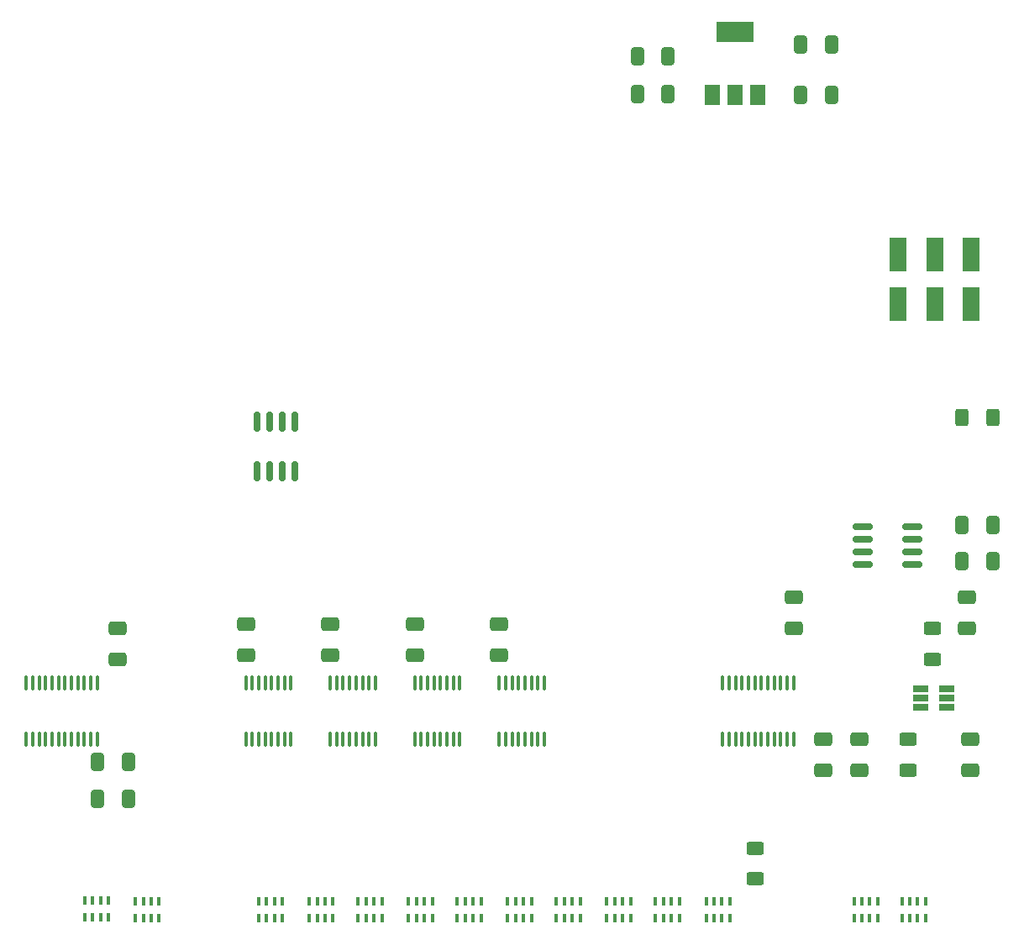
<source format=gtp>
G04 #@! TF.GenerationSoftware,KiCad,Pcbnew,(6.0.6)*
G04 #@! TF.CreationDate,2022-08-18T11:59:31-05:00*
G04 #@! TF.ProjectId,v1,76312e6b-6963-4616-945f-706362585858,v1*
G04 #@! TF.SameCoordinates,Original*
G04 #@! TF.FileFunction,Paste,Top*
G04 #@! TF.FilePolarity,Positive*
%FSLAX46Y46*%
G04 Gerber Fmt 4.6, Leading zero omitted, Abs format (unit mm)*
G04 Created by KiCad (PCBNEW (6.0.6)) date 2022-08-18 11:59:31*
%MOMM*%
%LPD*%
G01*
G04 APERTURE LIST*
G04 Aperture macros list*
%AMRoundRect*
0 Rectangle with rounded corners*
0 $1 Rounding radius*
0 $2 $3 $4 $5 $6 $7 $8 $9 X,Y pos of 4 corners*
0 Add a 4 corners polygon primitive as box body*
4,1,4,$2,$3,$4,$5,$6,$7,$8,$9,$2,$3,0*
0 Add four circle primitives for the rounded corners*
1,1,$1+$1,$2,$3*
1,1,$1+$1,$4,$5*
1,1,$1+$1,$6,$7*
1,1,$1+$1,$8,$9*
0 Add four rect primitives between the rounded corners*
20,1,$1+$1,$2,$3,$4,$5,0*
20,1,$1+$1,$4,$5,$6,$7,0*
20,1,$1+$1,$6,$7,$8,$9,0*
20,1,$1+$1,$8,$9,$2,$3,0*%
G04 Aperture macros list end*
%ADD10R,0.400000X0.900000*%
%ADD11RoundRect,0.250000X-0.412500X-0.650000X0.412500X-0.650000X0.412500X0.650000X-0.412500X0.650000X0*%
%ADD12RoundRect,0.250000X0.650000X-0.412500X0.650000X0.412500X-0.650000X0.412500X-0.650000X-0.412500X0*%
%ADD13RoundRect,0.250000X0.412500X0.650000X-0.412500X0.650000X-0.412500X-0.650000X0.412500X-0.650000X0*%
%ADD14RoundRect,0.100000X0.100000X-0.637500X0.100000X0.637500X-0.100000X0.637500X-0.100000X-0.637500X0*%
%ADD15RoundRect,0.250000X-0.650000X0.412500X-0.650000X-0.412500X0.650000X-0.412500X0.650000X0.412500X0*%
%ADD16RoundRect,0.250000X0.625000X-0.400000X0.625000X0.400000X-0.625000X0.400000X-0.625000X-0.400000X0*%
%ADD17RoundRect,0.250000X0.400000X0.625000X-0.400000X0.625000X-0.400000X-0.625000X0.400000X-0.625000X0*%
%ADD18RoundRect,0.100000X-0.100000X0.637500X-0.100000X-0.637500X0.100000X-0.637500X0.100000X0.637500X0*%
%ADD19RoundRect,0.150000X0.150000X-0.825000X0.150000X0.825000X-0.150000X0.825000X-0.150000X-0.825000X0*%
%ADD20R,1.500000X2.000000*%
%ADD21R,3.800000X2.000000*%
%ADD22RoundRect,0.250000X-0.625000X0.400000X-0.625000X-0.400000X0.625000X-0.400000X0.625000X0.400000X0*%
%ADD23R,1.560000X0.650000*%
%ADD24R,1.800000X3.500000*%
%ADD25RoundRect,0.150000X-0.825000X-0.150000X0.825000X-0.150000X0.825000X0.150000X-0.825000X0.150000X0*%
G04 APERTURE END LIST*
D10*
X147275000Y-119850000D03*
X148075000Y-119850000D03*
X148875000Y-119850000D03*
X149675000Y-119850000D03*
X149675000Y-118150000D03*
X148875000Y-118150000D03*
X148075000Y-118150000D03*
X147275000Y-118150000D03*
X99750000Y-119850000D03*
X100550000Y-119850000D03*
X101350000Y-119850000D03*
X102150000Y-119850000D03*
X102150000Y-118150000D03*
X101350000Y-118150000D03*
X100550000Y-118150000D03*
X99750000Y-118150000D03*
X132200000Y-119850000D03*
X133000000Y-119850000D03*
X133800000Y-119850000D03*
X134600000Y-119850000D03*
X134600000Y-118150000D03*
X133800000Y-118150000D03*
X133000000Y-118150000D03*
X132200000Y-118150000D03*
D11*
X95927500Y-104130000D03*
X99052500Y-104130000D03*
D12*
X166085000Y-90705500D03*
X166090000Y-87580500D03*
X110875000Y-93362500D03*
X110875000Y-90237500D03*
D11*
X166807500Y-31870000D03*
X169932500Y-31870000D03*
D12*
X119391666Y-93362500D03*
X119391666Y-90237500D03*
X183570000Y-90705500D03*
X183570000Y-87580500D03*
D13*
X153452500Y-36830000D03*
X150327500Y-36830000D03*
D14*
X110875000Y-101862500D03*
X111525000Y-101862500D03*
X112175000Y-101862500D03*
X112825000Y-101862500D03*
X113475000Y-101862500D03*
X114125000Y-101862500D03*
X114775000Y-101862500D03*
X115425000Y-101862500D03*
X115425000Y-96137500D03*
X114775000Y-96137500D03*
X114125000Y-96137500D03*
X113475000Y-96137500D03*
X112825000Y-96137500D03*
X112175000Y-96137500D03*
X111525000Y-96137500D03*
X110875000Y-96137500D03*
D10*
X117275000Y-119850000D03*
X118075000Y-119850000D03*
X118875000Y-119850000D03*
X119675000Y-119850000D03*
X119675000Y-118150000D03*
X118875000Y-118150000D03*
X118075000Y-118150000D03*
X117275000Y-118150000D03*
D15*
X183890000Y-101847500D03*
X183890000Y-104972500D03*
D11*
X166807500Y-36875000D03*
X169932500Y-36875000D03*
D15*
X169120000Y-101860000D03*
X169120000Y-104985000D03*
D10*
X127275000Y-119850000D03*
X128075000Y-119850000D03*
X128875000Y-119850000D03*
X129675000Y-119850000D03*
X129675000Y-118150000D03*
X128875000Y-118150000D03*
X128075000Y-118150000D03*
X127275000Y-118150000D03*
X94650000Y-119825000D03*
X95450000Y-119825000D03*
X96250000Y-119825000D03*
X97050000Y-119825000D03*
X97050000Y-118125000D03*
X96250000Y-118125000D03*
X95450000Y-118125000D03*
X94650000Y-118125000D03*
D13*
X186202500Y-83890000D03*
X183077500Y-83890000D03*
D16*
X162180000Y-115930000D03*
X162180000Y-112830000D03*
D15*
X97980000Y-90705500D03*
X97980000Y-93830500D03*
D17*
X186190000Y-69450000D03*
X183090000Y-69450000D03*
D14*
X127908332Y-101862500D03*
X128558332Y-101862500D03*
X129208332Y-101862500D03*
X129858332Y-101862500D03*
X130508332Y-101862500D03*
X131158332Y-101862500D03*
X131808332Y-101862500D03*
X132458332Y-101862500D03*
X132458332Y-96137500D03*
X131808332Y-96137500D03*
X131158332Y-96137500D03*
X130508332Y-96137500D03*
X129858332Y-96137500D03*
X129208332Y-96137500D03*
X128558332Y-96137500D03*
X127908332Y-96137500D03*
D10*
X157275000Y-119850000D03*
X158075000Y-119850000D03*
X158875000Y-119850000D03*
X159675000Y-119850000D03*
X159675000Y-118150000D03*
X158875000Y-118150000D03*
X158075000Y-118150000D03*
X157275000Y-118150000D03*
D13*
X153452500Y-33020000D03*
X150327500Y-33020000D03*
D18*
X166085000Y-96137500D03*
X165435000Y-96137500D03*
X164785000Y-96137500D03*
X164135000Y-96137500D03*
X163485000Y-96137500D03*
X162835000Y-96137500D03*
X162185000Y-96137500D03*
X161535000Y-96137500D03*
X160885000Y-96137500D03*
X160235000Y-96137500D03*
X159585000Y-96137500D03*
X158935000Y-96137500D03*
X158935000Y-101862500D03*
X159585000Y-101862500D03*
X160235000Y-101862500D03*
X160885000Y-101862500D03*
X161535000Y-101862500D03*
X162185000Y-101862500D03*
X162835000Y-101862500D03*
X163485000Y-101862500D03*
X164135000Y-101862500D03*
X164785000Y-101862500D03*
X165435000Y-101862500D03*
X166085000Y-101862500D03*
D11*
X95927500Y-107880000D03*
X99052500Y-107880000D03*
D12*
X136425000Y-93362500D03*
X136425000Y-90237500D03*
D10*
X177000000Y-119850000D03*
X177800000Y-119850000D03*
X178600000Y-119850000D03*
X179400000Y-119850000D03*
X179400000Y-118150000D03*
X178600000Y-118150000D03*
X177800000Y-118150000D03*
X177000000Y-118150000D03*
D19*
X112025000Y-74825000D03*
X113295000Y-74825000D03*
X114565000Y-74825000D03*
X115835000Y-74825000D03*
X115835000Y-69875000D03*
X114565000Y-69875000D03*
X113295000Y-69875000D03*
X112025000Y-69875000D03*
D10*
X172175000Y-119850000D03*
X172975000Y-119850000D03*
X173775000Y-119850000D03*
X174575000Y-119850000D03*
X174575000Y-118150000D03*
X173775000Y-118150000D03*
X172975000Y-118150000D03*
X172175000Y-118150000D03*
D20*
X157910000Y-36880000D03*
D21*
X160210000Y-30580000D03*
D20*
X160210000Y-36880000D03*
X162510000Y-36880000D03*
D22*
X177620000Y-101872500D03*
X177620000Y-104972500D03*
D23*
X181560000Y-98660000D03*
X181560000Y-97710000D03*
X181560000Y-96760000D03*
X178860000Y-96760000D03*
X178860000Y-97710000D03*
X178860000Y-98660000D03*
D14*
X119391666Y-101862500D03*
X120041666Y-101862500D03*
X120691666Y-101862500D03*
X121341666Y-101862500D03*
X121991666Y-101862500D03*
X122641666Y-101862500D03*
X123291666Y-101862500D03*
X123941666Y-101862500D03*
X123941666Y-96137500D03*
X123291666Y-96137500D03*
X122641666Y-96137500D03*
X121991666Y-96137500D03*
X121341666Y-96137500D03*
X120691666Y-96137500D03*
X120041666Y-96137500D03*
X119391666Y-96137500D03*
D10*
X152175000Y-119875000D03*
X152975000Y-119875000D03*
X153775000Y-119875000D03*
X154575000Y-119875000D03*
X154575000Y-118175000D03*
X153775000Y-118175000D03*
X152975000Y-118175000D03*
X152175000Y-118175000D03*
X137275000Y-119850000D03*
X138075000Y-119850000D03*
X138875000Y-119850000D03*
X139675000Y-119850000D03*
X139675000Y-118150000D03*
X138875000Y-118150000D03*
X138075000Y-118150000D03*
X137275000Y-118150000D03*
D18*
X95915000Y-96137500D03*
X95265000Y-96137500D03*
X94615000Y-96137500D03*
X93965000Y-96137500D03*
X93315000Y-96137500D03*
X92665000Y-96137500D03*
X92015000Y-96137500D03*
X91365000Y-96137500D03*
X90715000Y-96137500D03*
X90065000Y-96137500D03*
X89415000Y-96137500D03*
X88765000Y-96137500D03*
X88765000Y-101862500D03*
X89415000Y-101862500D03*
X90065000Y-101862500D03*
X90715000Y-101862500D03*
X91365000Y-101862500D03*
X92015000Y-101862500D03*
X92665000Y-101862500D03*
X93315000Y-101862500D03*
X93965000Y-101862500D03*
X94615000Y-101862500D03*
X95265000Y-101862500D03*
X95915000Y-101862500D03*
D16*
X180090000Y-93800000D03*
X180090000Y-90700000D03*
D10*
X112175000Y-119850000D03*
X112975000Y-119850000D03*
X113775000Y-119850000D03*
X114575000Y-119850000D03*
X114575000Y-118150000D03*
X113775000Y-118150000D03*
X112975000Y-118150000D03*
X112175000Y-118150000D03*
D12*
X127908332Y-93362500D03*
X127908332Y-90237500D03*
D24*
X176625000Y-58000000D03*
X176625000Y-53000000D03*
D15*
X172740000Y-101860000D03*
X172740000Y-104985000D03*
D13*
X186202500Y-80240000D03*
X183077500Y-80240000D03*
D24*
X184000000Y-53000000D03*
X184000000Y-58000000D03*
D10*
X142175000Y-119850000D03*
X142975000Y-119850000D03*
X143775000Y-119850000D03*
X144575000Y-119850000D03*
X144575000Y-118150000D03*
X143775000Y-118150000D03*
X142975000Y-118150000D03*
X142175000Y-118150000D03*
X122200000Y-119850000D03*
X123000000Y-119850000D03*
X123800000Y-119850000D03*
X124600000Y-119850000D03*
X124600000Y-118150000D03*
X123800000Y-118150000D03*
X123000000Y-118150000D03*
X122200000Y-118150000D03*
D24*
X180320000Y-58000000D03*
X180320000Y-53000000D03*
D25*
X173085000Y-80465000D03*
X173085000Y-81735000D03*
X173085000Y-83005000D03*
X173085000Y-84275000D03*
X178035000Y-84275000D03*
X178035000Y-83005000D03*
X178035000Y-81735000D03*
X178035000Y-80465000D03*
D14*
X136425000Y-101862500D03*
X137075000Y-101862500D03*
X137725000Y-101862500D03*
X138375000Y-101862500D03*
X139025000Y-101862500D03*
X139675000Y-101862500D03*
X140325000Y-101862500D03*
X140975000Y-101862500D03*
X140975000Y-96137500D03*
X140325000Y-96137500D03*
X139675000Y-96137500D03*
X139025000Y-96137500D03*
X138375000Y-96137500D03*
X137725000Y-96137500D03*
X137075000Y-96137500D03*
X136425000Y-96137500D03*
M02*

</source>
